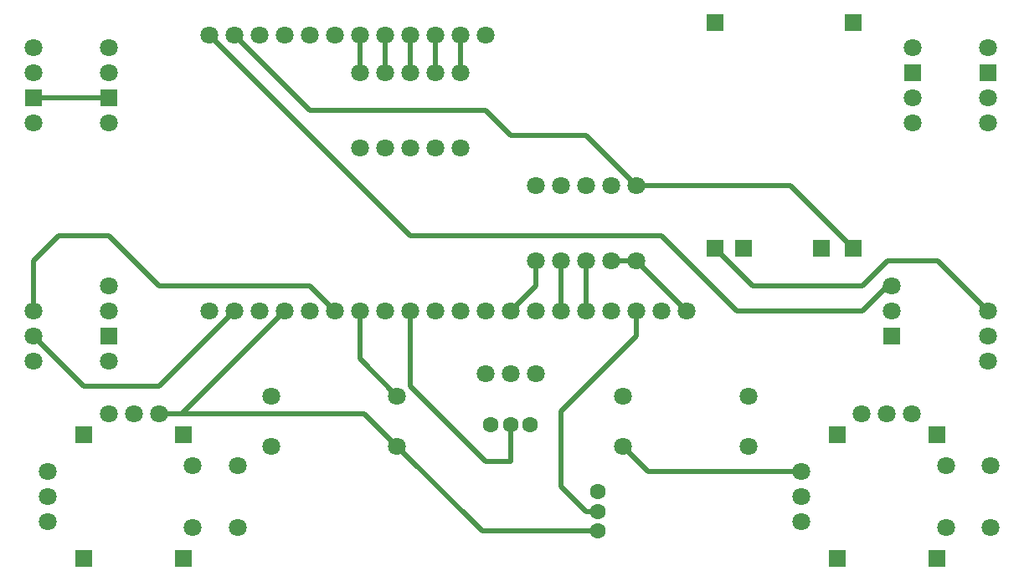
<source format=gtl>
%TF.GenerationSoftware,KiCad,Pcbnew,9.0.0*%
%TF.CreationDate,2025-03-27T03:04:03-07:00*%
%TF.ProjectId,remote_v2,72656d6f-7465-45f7-9632-2e6b69636164,v0.4*%
%TF.SameCoordinates,Original*%
%TF.FileFunction,Copper,L1,Top*%
%TF.FilePolarity,Positive*%
%FSLAX46Y46*%
G04 Gerber Fmt 4.6, Leading zero omitted, Abs format (unit mm)*
G04 Created by KiCad (PCBNEW 9.0.0) date 2025-03-27 03:04:03*
%MOMM*%
%LPD*%
G01*
G04 APERTURE LIST*
%TA.AperFunction,ComponentPad*%
%ADD10C,1.800000*%
%TD*%
%TA.AperFunction,ComponentPad*%
%ADD11R,1.800000X1.800000*%
%TD*%
%TA.AperFunction,ComponentPad*%
%ADD12C,1.600000*%
%TD*%
%TA.AperFunction,Conductor*%
%ADD13C,0.500000*%
%TD*%
%TA.AperFunction,Conductor*%
%ADD14C,0.300000*%
%TD*%
G04 APERTURE END LIST*
D10*
%TO.P,RGB_LED4,1,R*%
%TO.N,Net-(RGB_LED4-R)*%
X106680000Y-82550000D03*
D11*
%TO.P,RGB_LED4,2,VCC*%
%TO.N,Net-(ESP32_UWB1-3V3)*%
X106680000Y-80010000D03*
D10*
%TO.P,RGB_LED4,3,G*%
%TO.N,Net-(RGB_LED4-G)*%
X106680000Y-77470000D03*
%TO.P,RGB_LED4,4,B*%
%TO.N,unconnected-(RGB_LED4-B-Pad4)*%
X106680000Y-74930000D03*
%TD*%
D11*
%TO.P,THUMBSTICK1,*%
%TO.N,*%
X190440000Y-126670058D03*
X190440000Y-114170058D03*
X180340000Y-126670058D03*
X180340000Y-114170058D03*
D10*
%TO.P,THUMBSTICK1,1,-*%
%TO.N,unconnected-(THUMBSTICK1---Pad1)*%
X187930000Y-112020058D03*
%TO.P,THUMBSTICK1,2,X*%
%TO.N,unconnected-(THUMBSTICK1-X-Pad2)*%
X185390000Y-112020058D03*
%TO.P,THUMBSTICK1,3,+*%
%TO.N,unconnected-(THUMBSTICK1-+-Pad3)*%
X182850000Y-112020058D03*
%TO.P,THUMBSTICK1,4,-*%
%TO.N,Net-(BUTTON1-S1_2)*%
X176690000Y-117880058D03*
%TO.P,THUMBSTICK1,5,Y*%
%TO.N,Net-(ESP32_UWB1-IO36)*%
X176690000Y-120420058D03*
%TO.P,THUMBSTICK1,6,+*%
%TO.N,Net-(ESP32_UWB1-3V3)*%
X176690000Y-122960058D03*
%TO.P,THUMBSTICK1,7,S1_1*%
%TO.N,unconnected-(THUMBSTICK1-S1_1-Pad7)*%
X191340000Y-123570058D03*
%TO.P,THUMBSTICK1,8,S1_2*%
%TO.N,unconnected-(THUMBSTICK1-S1_2-Pad8)*%
X195890000Y-123570058D03*
%TO.P,THUMBSTICK1,9,S2_1*%
%TO.N,unconnected-(THUMBSTICK1-S2_1-Pad9)*%
X191340000Y-117270058D03*
%TO.P,THUMBSTICK1,10,S2_2*%
%TO.N,unconnected-(THUMBSTICK1-S2_2-Pad10)*%
X195890000Y-117270058D03*
%TD*%
%TO.P,ESP32_UWB1,1,3V3*%
%TO.N,Net-(ESP32_UWB1-3V3)*%
X116840000Y-101600000D03*
%TO.P,ESP32_UWB1,2,GND*%
%TO.N,Net-(ESP32_UWB1-GND-Pad2)*%
X119380000Y-101600000D03*
%TO.P,ESP32_UWB1,3,RST*%
%TO.N,unconnected-(ESP32_UWB1-RST-Pad3)*%
X121920000Y-101600000D03*
%TO.P,ESP32_UWB1,4,GND*%
%TO.N,Net-(BUTTON1-S1_2)*%
X124460000Y-101600000D03*
%TO.P,ESP32_UWB1,5,IO2*%
%TO.N,Net-(ESP32_UWB1-IO2)*%
X127000000Y-101600000D03*
%TO.P,ESP32_UWB1,6,IO12*%
%TO.N,Net-(ESP32_UWB1-IO12)*%
X129540000Y-101600000D03*
%TO.P,ESP32_UWB1,7,IO13*%
%TO.N,Net-(BUTTON2-S2_1)*%
X132080000Y-101600000D03*
%TO.P,ESP32_UWB1,8,IO14*%
%TO.N,Net-(ESP32_UWB1-IO14)*%
X134620000Y-101600000D03*
%TO.P,ESP32_UWB1,9,IO15*%
%TO.N,Net-(ESP32_UWB1-IO15)*%
X137160000Y-101600000D03*
%TO.P,ESP32_UWB1,10,IO18*%
%TO.N,unconnected-(ESP32_UWB1-IO18-Pad10)*%
X139700000Y-101600000D03*
%TO.P,ESP32_UWB1,11,IO19*%
%TO.N,unconnected-(ESP32_UWB1-IO19-Pad11)*%
X142240000Y-101600000D03*
%TO.P,ESP32_UWB1,12,IO25*%
%TO.N,Net-(BUTTON1-S1_1)*%
X144780000Y-101600000D03*
%TO.P,ESP32_UWB1,13,IO26*%
%TO.N,Net-(ESP32_UWB1-IO26)*%
X147320000Y-101600000D03*
%TO.P,ESP32_UWB1,14,IO27*%
%TO.N,unconnected-(ESP32_UWB1-IO27-Pad14)*%
X149860000Y-101600000D03*
%TO.P,ESP32_UWB1,15,IO32*%
%TO.N,Net-(ESP32_UWB1-IO32)*%
X152400000Y-101600000D03*
%TO.P,ESP32_UWB1,16,IO33*%
%TO.N,Net-(ESP32_UWB1-IO33)*%
X154940000Y-101600000D03*
%TO.P,ESP32_UWB1,17,IO34*%
%TO.N,unconnected-(ESP32_UWB1-IO34-Pad17)*%
X157480000Y-101600000D03*
%TO.P,ESP32_UWB1,18,IO35*%
%TO.N,Net-(ESP32_UWB1-IO35)*%
X160020000Y-101600000D03*
%TO.P,ESP32_UWB1,19,IO36*%
%TO.N,Net-(ESP32_UWB1-IO36)*%
X162560000Y-101600000D03*
%TO.P,ESP32_UWB1,20,IO39*%
%TO.N,Net-(ESP32_UWB1-IO39)*%
X165100000Y-101600000D03*
%TO.P,ESP32_UWB1,21,5V0*%
%TO.N,Net-(5V_DC_DC_Converter1-OUT)*%
X116840000Y-73660000D03*
%TO.P,ESP32_UWB1,22,GND*%
%TO.N,Net-(3.7V_BATTERY_CHARGER1-OUT-)*%
X119380000Y-73660000D03*
%TO.P,ESP32_UWB1,23,IO3*%
%TO.N,unconnected-(ESP32_UWB1-IO3-Pad23)*%
X121920000Y-73660000D03*
%TO.P,ESP32_UWB1,24,IO1*%
%TO.N,unconnected-(ESP32_UWB1-IO1-Pad24)*%
X124460000Y-73660000D03*
%TO.P,ESP32_UWB1,25,IO0*%
%TO.N,unconnected-(ESP32_UWB1-IO0-Pad25)*%
X127000000Y-73660000D03*
%TO.P,ESP32_UWB1,26,IO4*%
%TO.N,unconnected-(ESP32_UWB1-IO4-Pad26)*%
X129540000Y-73660000D03*
%TO.P,ESP32_UWB1,27,IO5*%
%TO.N,Net-(ESP32_UWB1-IO5)*%
X132080000Y-73660000D03*
%TO.P,ESP32_UWB1,28,IO16*%
%TO.N,Net-(ESP32_UWB1-IO16)*%
X134620000Y-73660000D03*
%TO.P,ESP32_UWB1,29,IO17*%
%TO.N,Net-(ESP32_UWB1-IO17)*%
X137160000Y-73660000D03*
%TO.P,ESP32_UWB1,30,IO21*%
%TO.N,Net-(ESP32_UWB1-IO21)*%
X139700000Y-73660000D03*
%TO.P,ESP32_UWB1,31,IO22*%
%TO.N,Net-(ESP32_UWB1-IO22)*%
X142240000Y-73660000D03*
%TO.P,ESP32_UWB1,32,IO23*%
%TO.N,unconnected-(ESP32_UWB1-IO23-Pad32)*%
X144780000Y-73660000D03*
%TD*%
%TO.P,ON_OFF_SWITCH1,1*%
%TO.N,unconnected-(ON_OFF_SWITCH1-Pad1)*%
X195580000Y-106680000D03*
%TO.P,ON_OFF_SWITCH1,2*%
%TO.N,Net-(5V_DC_DC_Converter1-IN)*%
X195580000Y-104140000D03*
%TO.P,ON_OFF_SWITCH1,3*%
%TO.N,Net-(3.7V_BATTERY_CHARGER1-OUT+)*%
X195580000Y-101600000D03*
%TD*%
%TO.P,BUTTON2,1,S1_1*%
%TO.N,unconnected-(BUTTON2-S1_1-Pad1)*%
X123160000Y-110260058D03*
%TO.P,BUTTON2,2,S1_2*%
%TO.N,unconnected-(BUTTON2-S1_2-Pad2)*%
X123160000Y-115340058D03*
%TO.P,BUTTON2,3,S2_1*%
%TO.N,Net-(BUTTON2-S2_1)*%
X135860000Y-110260058D03*
%TO.P,BUTTON2,4,S2_2*%
%TO.N,Net-(BUTTON1-S1_2)*%
X135860000Y-115340058D03*
%TD*%
D12*
%TO.P,MINI_THUMBSTICK1,1,-*%
%TO.N,Net-(BUTTON1-S1_2)*%
X145320000Y-113120000D03*
%TO.P,MINI_THUMBSTICK1,2,X*%
%TO.N,Net-(ESP32_UWB1-IO15)*%
X147320000Y-113120000D03*
%TO.P,MINI_THUMBSTICK1,3,+*%
%TO.N,Net-(ESP32_UWB1-3V3)*%
X149320000Y-113120000D03*
%TO.P,MINI_THUMBSTICK1,4,-*%
%TO.N,Net-(BUTTON1-S1_2)*%
X156120000Y-123920000D03*
%TO.P,MINI_THUMBSTICK1,5,Y*%
%TO.N,Net-(ESP32_UWB1-IO35)*%
X156120000Y-121920000D03*
%TO.P,MINI_THUMBSTICK1,6,+*%
%TO.N,Net-(ESP32_UWB1-3V3)*%
X156120000Y-119920000D03*
%TD*%
D10*
%TO.P,RGB_LED1,1,R*%
%TO.N,Net-(RGB_LED1-R)*%
X187960000Y-74930000D03*
D11*
%TO.P,RGB_LED1,2,VCC*%
%TO.N,Net-(ESP32_UWB1-3V3)*%
X187960000Y-77470000D03*
D10*
%TO.P,RGB_LED1,3,G*%
%TO.N,Net-(RGB_LED1-G)*%
X187960000Y-80010000D03*
%TO.P,RGB_LED1,4,B*%
%TO.N,unconnected-(RGB_LED1-B-Pad4)*%
X187960000Y-82550000D03*
%TD*%
D11*
%TO.P,THUMBSTICK2,*%
%TO.N,*%
X114270000Y-126670058D03*
X114270000Y-114170058D03*
X104170000Y-126670058D03*
X104170000Y-114170058D03*
D10*
%TO.P,THUMBSTICK2,1,-*%
%TO.N,Net-(BUTTON1-S1_2)*%
X111760000Y-112020058D03*
%TO.P,THUMBSTICK2,2,X*%
%TO.N,Net-(ESP32_UWB1-IO2)*%
X109220000Y-112020058D03*
%TO.P,THUMBSTICK2,3,+*%
%TO.N,Net-(ESP32_UWB1-3V3)*%
X106680000Y-112020058D03*
%TO.P,THUMBSTICK2,4,-*%
%TO.N,unconnected-(THUMBSTICK2---Pad4)*%
X100520000Y-117880058D03*
%TO.P,THUMBSTICK2,5,Y*%
%TO.N,unconnected-(THUMBSTICK2-Y-Pad5)*%
X100520000Y-120420058D03*
%TO.P,THUMBSTICK2,6,+*%
%TO.N,unconnected-(THUMBSTICK2-+-Pad6)*%
X100520000Y-122960058D03*
%TO.P,THUMBSTICK2,7,S1_1*%
%TO.N,unconnected-(THUMBSTICK2-S1_1-Pad7)*%
X115170000Y-123570058D03*
%TO.P,THUMBSTICK2,8,S1_2*%
%TO.N,unconnected-(THUMBSTICK2-S1_2-Pad8)*%
X119720000Y-123570058D03*
%TO.P,THUMBSTICK2,9,S2_1*%
%TO.N,unconnected-(THUMBSTICK2-S2_1-Pad9)*%
X115170000Y-117270058D03*
%TO.P,THUMBSTICK2,10,S2_2*%
%TO.N,unconnected-(THUMBSTICK2-S2_2-Pad10)*%
X119720000Y-117270058D03*
%TD*%
%TO.P,BUTTON1,1,S1_1*%
%TO.N,Net-(BUTTON1-S1_1)*%
X158720000Y-110260058D03*
%TO.P,BUTTON1,2,S1_2*%
%TO.N,Net-(BUTTON1-S1_2)*%
X158720000Y-115340058D03*
%TO.P,BUTTON1,3,S2_1*%
%TO.N,unconnected-(BUTTON1-S2_1-Pad3)*%
X171420000Y-110260058D03*
%TO.P,BUTTON1,4,S2_2*%
%TO.N,unconnected-(BUTTON1-S2_2-Pad4)*%
X171420000Y-115340058D03*
%TD*%
%TO.P,RGB_LED2,1,R*%
%TO.N,unconnected-(RGB_LED2-R-Pad1)*%
X106680000Y-106680000D03*
D11*
%TO.P,RGB_LED2,2,VCC*%
%TO.N,Net-(ESP32_UWB1-3V3)*%
X106680000Y-104140000D03*
D10*
%TO.P,RGB_LED2,3,G*%
%TO.N,unconnected-(RGB_LED2-G-Pad3)*%
X106680000Y-101600000D03*
%TO.P,RGB_LED2,4,B*%
%TO.N,Net-(RGB_LED2-B)*%
X106680000Y-99060000D03*
%TD*%
%TO.P,RGB_LED3,1,R*%
%TO.N,Net-(RGB_LED3-R)*%
X99060000Y-82550000D03*
D11*
%TO.P,RGB_LED3,2,VCC*%
%TO.N,Net-(ESP32_UWB1-3V3)*%
X99060000Y-80010000D03*
D10*
%TO.P,RGB_LED3,3,G*%
%TO.N,Net-(RGB_LED3-G)*%
X99060000Y-77470000D03*
%TO.P,RGB_LED3,4,B*%
%TO.N,unconnected-(RGB_LED3-B-Pad4)*%
X99060000Y-74930000D03*
%TD*%
%TO.P,LOCK_SWITCH1,1*%
%TO.N,unconnected-(LOCK_SWITCH1-Pad1)*%
X144780000Y-107969000D03*
%TO.P,LOCK_SWITCH1,2*%
%TO.N,Net-(ESP32_UWB1-IO14)*%
X147320000Y-107969000D03*
%TO.P,LOCK_SWITCH1,3*%
%TO.N,Net-(BUTTON1-S1_2)*%
X149860000Y-107969000D03*
%TD*%
%TO.P,UWB_SELECTOR1,1*%
%TO.N,unconnected-(UWB_SELECTOR1-Pad1)*%
X99060000Y-106680000D03*
%TO.P,UWB_SELECTOR1,2*%
%TO.N,Net-(ESP32_UWB1-GND-Pad2)*%
X99060000Y-104140000D03*
%TO.P,UWB_SELECTOR1,3*%
%TO.N,Net-(ESP32_UWB1-IO12)*%
X99060000Y-101600000D03*
%TD*%
%TO.P,RGB_LED5,1,R*%
%TO.N,unconnected-(RGB_LED5-R-Pad1)*%
X195580000Y-74930000D03*
D11*
%TO.P,RGB_LED5,2,VCC*%
%TO.N,Net-(ESP32_UWB1-3V3)*%
X195580000Y-77470000D03*
D10*
%TO.P,RGB_LED5,3,G*%
%TO.N,unconnected-(RGB_LED5-G-Pad3)*%
X195580000Y-80010000D03*
%TO.P,RGB_LED5,4,B*%
%TO.N,Net-(RGB_LED5-B)*%
X195580000Y-82550000D03*
%TD*%
%TO.P,R8,1*%
%TO.N,Net-(ESP32_UWB1-IO33)*%
X154940000Y-96520000D03*
%TO.P,R8,2*%
%TO.N,Net-(RGB_LED5-B)*%
X154940000Y-88900000D03*
%TD*%
%TO.P,R2,1*%
%TO.N,Net-(ESP32_UWB1-IO16)*%
X134620000Y-77470000D03*
%TO.P,R2,2*%
%TO.N,Net-(RGB_LED3-G)*%
X134620000Y-85090000D03*
%TD*%
D11*
%TO.P,5V_DC_DC_Converter1,1,IN*%
%TO.N,Net-(5V_DC_DC_Converter1-IN)*%
X185860000Y-104140000D03*
D10*
%TO.P,5V_DC_DC_Converter1,2,GND*%
%TO.N,Net-(3.7V_BATTERY_CHARGER1-OUT-)*%
X185860000Y-101600000D03*
%TO.P,5V_DC_DC_Converter1,3,OUT*%
%TO.N,Net-(5V_DC_DC_Converter1-OUT)*%
X185860000Y-99060000D03*
%TD*%
%TO.P,R4,1*%
%TO.N,Net-(ESP32_UWB1-IO21)*%
X139700000Y-77470000D03*
%TO.P,R4,2*%
%TO.N,Net-(RGB_LED4-R)*%
X139700000Y-85090000D03*
%TD*%
%TO.P,R9,1*%
%TO.N,Net-(ESP32_UWB1-IO39)*%
X157480000Y-96520000D03*
%TO.P,R9,2*%
%TO.N,Net-(5V_DC_DC_Converter1-IN)*%
X157480000Y-88900000D03*
%TD*%
%TO.P,R7,1*%
%TO.N,Net-(ESP32_UWB1-IO32)*%
X152400000Y-96520000D03*
%TO.P,R7,2*%
%TO.N,Net-(RGB_LED1-G)*%
X152400000Y-88900000D03*
%TD*%
%TO.P,R1,1*%
%TO.N,Net-(ESP32_UWB1-IO5)*%
X132080000Y-77470000D03*
%TO.P,R1,2*%
%TO.N,Net-(RGB_LED3-R)*%
X132080000Y-85090000D03*
%TD*%
%TO.P,R6,1*%
%TO.N,Net-(ESP32_UWB1-IO26)*%
X149860000Y-96520000D03*
%TO.P,R6,2*%
%TO.N,Net-(RGB_LED1-R)*%
X149860000Y-88900000D03*
%TD*%
%TO.P,R10,1*%
%TO.N,Net-(ESP32_UWB1-IO39)*%
X160020000Y-96520000D03*
%TO.P,R10,2*%
%TO.N,Net-(3.7V_BATTERY_CHARGER1-OUT-)*%
X160020000Y-88900000D03*
%TD*%
D11*
%TO.P,3.7V_BATTERY_CHARGER1,1,+*%
%TO.N,unconnected-(3.7V_BATTERY_CHARGER1-+-Pad1)*%
X167995000Y-72390000D03*
%TO.P,3.7V_BATTERY_CHARGER1,2,-*%
%TO.N,unconnected-(3.7V_BATTERY_CHARGER1---Pad2)*%
X181965000Y-72390000D03*
%TO.P,3.7V_BATTERY_CHARGER1,3,OUT+*%
%TO.N,Net-(3.7V_BATTERY_CHARGER1-OUT+)*%
X167995000Y-95250000D03*
%TO.P,3.7V_BATTERY_CHARGER1,4,B+*%
%TO.N,unconnected-(3.7V_BATTERY_CHARGER1-B+-Pad4)*%
X170895000Y-95250000D03*
%TO.P,3.7V_BATTERY_CHARGER1,5,B-*%
%TO.N,unconnected-(3.7V_BATTERY_CHARGER1-B--Pad5)*%
X178765000Y-95250000D03*
%TO.P,3.7V_BATTERY_CHARGER1,6,OUT-*%
%TO.N,Net-(3.7V_BATTERY_CHARGER1-OUT-)*%
X181965000Y-95250000D03*
%TD*%
D10*
%TO.P,R3,1*%
%TO.N,Net-(ESP32_UWB1-IO17)*%
X137160000Y-77470000D03*
%TO.P,R3,2*%
%TO.N,Net-(RGB_LED4-G)*%
X137160000Y-85090000D03*
%TD*%
%TO.P,R5,1*%
%TO.N,Net-(ESP32_UWB1-IO22)*%
X142240000Y-77470000D03*
%TO.P,R5,2*%
%TO.N,Net-(RGB_LED2-B)*%
X142240000Y-85090000D03*
%TD*%
D13*
%TO.N,Net-(ESP32_UWB1-IO35)*%
X160020000Y-101600000D02*
X160020000Y-104140000D01*
X160020000Y-104140000D02*
X152400000Y-111760000D01*
X152400000Y-111760000D02*
X152400000Y-119380000D01*
X152400000Y-119380000D02*
X154940000Y-121920000D01*
X154940000Y-121920000D02*
X156120000Y-121920000D01*
%TO.N,Net-(3.7V_BATTERY_CHARGER1-OUT+)*%
X190500000Y-96520000D02*
X185420000Y-96520000D01*
X182880000Y-99060000D02*
X171805000Y-99060000D01*
X171805000Y-99060000D02*
X167995000Y-95250000D01*
X195580000Y-101600000D02*
X190500000Y-96520000D01*
X185420000Y-96520000D02*
X182880000Y-99060000D01*
%TO.N,Net-(3.7V_BATTERY_CHARGER1-OUT-)*%
X175615000Y-88900000D02*
X181965000Y-95250000D01*
X160020000Y-88900000D02*
X175615000Y-88900000D01*
X154940000Y-83820000D02*
X147320000Y-83820000D01*
X144780000Y-81280000D02*
X127000000Y-81280000D01*
X160020000Y-88900000D02*
X154940000Y-83820000D01*
X147320000Y-83820000D02*
X144780000Y-81280000D01*
X127000000Y-81280000D02*
X119380000Y-73660000D01*
%TO.N,Net-(ESP32_UWB1-3V3)*%
X99060000Y-80010000D02*
X106680000Y-80010000D01*
D14*
X116840000Y-101860058D02*
X116840000Y-101600000D01*
D13*
%TO.N,Net-(ESP32_UWB1-IO39)*%
X165100000Y-101600000D02*
X160020000Y-96520000D01*
X157480000Y-96520000D02*
X160020000Y-96520000D01*
X162560000Y-99060000D02*
X165100000Y-101600000D01*
%TO.N,Net-(ESP32_UWB1-IO5)*%
X132080000Y-73660000D02*
X132080000Y-77470000D01*
%TO.N,Net-(ESP32_UWB1-IO17)*%
X137160000Y-73660000D02*
X137160000Y-77470000D01*
%TO.N,Net-(ESP32_UWB1-IO21)*%
X139700000Y-73660000D02*
X139700000Y-77470000D01*
%TO.N,Net-(ESP32_UWB1-IO22)*%
X142240000Y-73660000D02*
X142240000Y-77470000D01*
%TO.N,Net-(ESP32_UWB1-IO12)*%
X99060000Y-101600000D02*
X99060000Y-96520000D01*
X111760000Y-99060000D02*
X127000000Y-99060000D01*
X99060000Y-96520000D02*
X101600000Y-93980000D01*
X101600000Y-93980000D02*
X106680000Y-93980000D01*
X127000000Y-99060000D02*
X129540000Y-101600000D01*
X106680000Y-93980000D02*
X111760000Y-99060000D01*
%TO.N,Net-(ESP32_UWB1-GND-Pad2)*%
X111760000Y-109220000D02*
X119380000Y-101600000D01*
X99060000Y-104140000D02*
X104140000Y-109220000D01*
X104140000Y-109220000D02*
X111760000Y-109220000D01*
%TO.N,Net-(BUTTON2-S2_1)*%
X132080000Y-101600000D02*
X132080000Y-106480058D01*
X132080000Y-106480058D02*
X135860000Y-110260058D01*
%TO.N,Net-(ESP32_UWB1-IO33)*%
X154940000Y-101600000D02*
X154940000Y-96520000D01*
%TO.N,Net-(ESP32_UWB1-IO26)*%
X147320000Y-101600000D02*
X149860000Y-99060000D01*
X149860000Y-99060000D02*
X149860000Y-96520000D01*
%TO.N,Net-(BUTTON1-S1_2)*%
X111760000Y-112020058D02*
X114039942Y-112020058D01*
X144439942Y-123920000D02*
X135860000Y-115340058D01*
X135860000Y-115340058D02*
X132540000Y-112020058D01*
X176690000Y-117880058D02*
X161260000Y-117880058D01*
X161260000Y-117880058D02*
X158720000Y-115340058D01*
X156120000Y-123920000D02*
X144439942Y-123920000D01*
X132540000Y-112020058D02*
X111760000Y-112020058D01*
X114039942Y-112020058D02*
X124460000Y-101600000D01*
%TO.N,Net-(ESP32_UWB1-IO15)*%
X137160000Y-101600000D02*
X137160000Y-109220000D01*
X147320000Y-116840000D02*
X147320000Y-113120000D01*
X144780000Y-116840000D02*
X147320000Y-116840000D01*
X137160000Y-109220000D02*
X144780000Y-116840000D01*
%TO.N,Net-(ESP32_UWB1-IO32)*%
X152400000Y-101600000D02*
X152400000Y-96520000D01*
%TO.N,Net-(ESP32_UWB1-IO16)*%
X134620000Y-73660000D02*
X134620000Y-77470000D01*
%TO.N,Net-(5V_DC_DC_Converter1-OUT)*%
X185420000Y-99060000D02*
X182880000Y-101600000D01*
X137160000Y-93980000D02*
X116840000Y-73660000D01*
X162560000Y-93980000D02*
X137160000Y-93980000D01*
X182880000Y-101600000D02*
X170180000Y-101600000D01*
X170180000Y-101600000D02*
X162560000Y-93980000D01*
%TD*%
M02*

</source>
